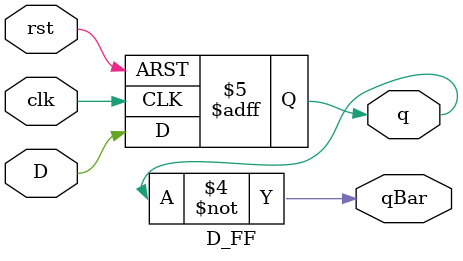
<source format=v>
module count_down(out, reset, clk);
  output [3:0] out;
  input reset, clk;
  
  wire [3:0] new_out;
  wire s2_temp1, s2_temp2, s2_temp3;
  wire s3_temp1, s3_temp2, s3_temp3;
  wire [3:0] not_out;
  
  not  stage0_op (new_out[0], out[0]);
  xnor stage1_op (new_out[1], out[1], out[0]);
  or   stage2_op (new_out[2], s2_temp3, s2_temp1);
  or   stage3_op (new_out[3], s3_temp1, s3_temp3);
  
  and s2_1 (s2_temp1, not_out[2], not_out[1], not_out[0]);
  or  s2_2 (s2_temp2, out[0], out[1]);
  and s2_3 (s2_temp3, out[2], s2_temp2);
  
  and s3_1 (s3_temp1, not_out[3], not_out[2], not_out[1], not_out[0]);
  or  s3_2 (s3_temp2, out[2], out[1], out[0]);
  and s3_3 (s3_temp3, out[3], s3_temp2);
  
  D_FF stage0 (.q(out[0]), .qBar(not_out[0]), .D(new_out[0]), .clk(clk), .rst(reset));
  D_FF stage1 (.q(out[1]), .qBar(not_out[1]), .D(new_out[1]), .clk(clk), .rst(reset));
  D_FF stage2 (.q(out[2]), .qBar(not_out[2]), .D(new_out[2]), .clk(clk), .rst(reset));
  D_FF stage3 (.q(out[3]), .qBar(not_out[3]), .D(new_out[3]), .clk(clk), .rst(reset));


endmodule

// test
module count_down_testbench();
  reg reset;
  reg clk;
  wire [3:0] out;

	count_down dut (.out(out), .reset(reset), .clk(clk));
  integer i;
	initial begin
    clk = 0;
    reset = 0; #200;
    reset = 1; #10;
    for(i = 0; i < 64; i = i + 1) begin
      #10;
      clk = 1;
      #10;
      clk = 0;
    end
	end
  
endmodule

module D_FF(q, qBar, D, clk, rst);
  input D, clk, rst;
  output q, qBar;
  reg q;
  not n1 (qBar, q);
  always@ (negedge rst or posedge clk) begin
  if(!rst)
    q <= 0;
  else
    q = D;
  end
endmodule

</source>
